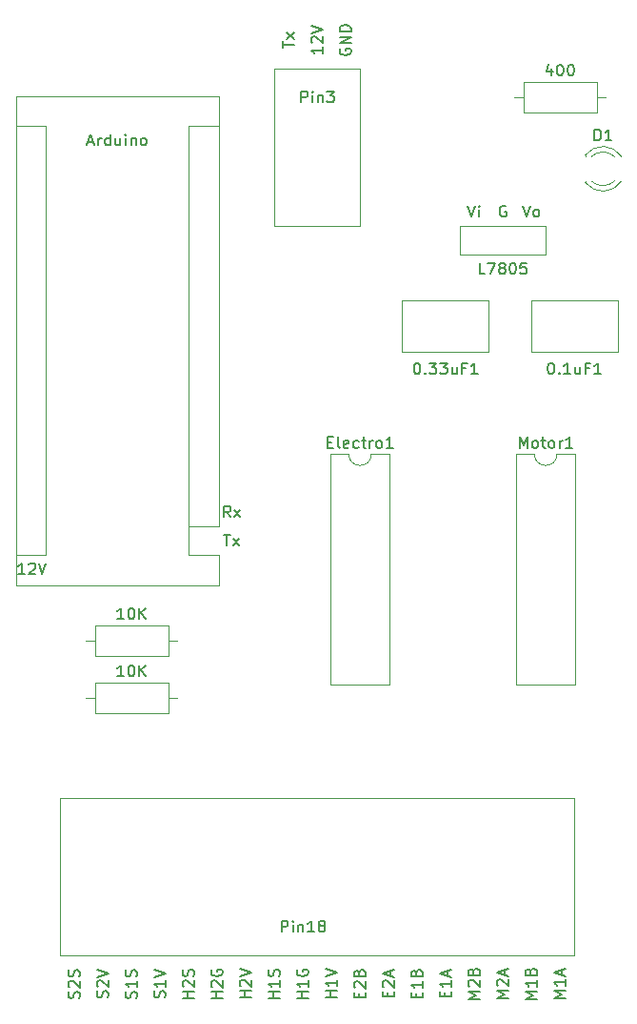
<source format=gbr>
G04 #@! TF.GenerationSoftware,KiCad,Pcbnew,(5.1.0)-1*
G04 #@! TF.CreationDate,2020-01-14T09:56:01+09:00*
G04 #@! TF.ProjectId,motorDriver_pcb,6d6f746f-7244-4726-9976-65725f706362,rev?*
G04 #@! TF.SameCoordinates,Original*
G04 #@! TF.FileFunction,Legend,Top*
G04 #@! TF.FilePolarity,Positive*
%FSLAX46Y46*%
G04 Gerber Fmt 4.6, Leading zero omitted, Abs format (unit mm)*
G04 Created by KiCad (PCBNEW (5.1.0)-1) date 2020-01-14 09:56:01*
%MOMM*%
%LPD*%
G04 APERTURE LIST*
%ADD10C,0.150000*%
%ADD11C,0.120000*%
G04 APERTURE END LIST*
D10*
X79914761Y-90622380D02*
X79581428Y-90146190D01*
X79343333Y-90622380D02*
X79343333Y-89622380D01*
X79724285Y-89622380D01*
X79819523Y-89670000D01*
X79867142Y-89717619D01*
X79914761Y-89812857D01*
X79914761Y-89955714D01*
X79867142Y-90050952D01*
X79819523Y-90098571D01*
X79724285Y-90146190D01*
X79343333Y-90146190D01*
X80248095Y-90622380D02*
X80771904Y-89955714D01*
X80248095Y-89955714D02*
X80771904Y-90622380D01*
X79319523Y-92162380D02*
X79890952Y-92162380D01*
X79605238Y-93162380D02*
X79605238Y-92162380D01*
X80129047Y-93162380D02*
X80652857Y-92495714D01*
X80129047Y-92495714D02*
X80652857Y-93162380D01*
X61610952Y-95702380D02*
X61039523Y-95702380D01*
X61325238Y-95702380D02*
X61325238Y-94702380D01*
X61230000Y-94845238D01*
X61134761Y-94940476D01*
X61039523Y-94988095D01*
X61991904Y-94797619D02*
X62039523Y-94750000D01*
X62134761Y-94702380D01*
X62372857Y-94702380D01*
X62468095Y-94750000D01*
X62515714Y-94797619D01*
X62563333Y-94892857D01*
X62563333Y-94988095D01*
X62515714Y-95130952D01*
X61944285Y-95702380D01*
X62563333Y-95702380D01*
X62849047Y-94702380D02*
X63182380Y-95702380D01*
X63515714Y-94702380D01*
X105894285Y-62952380D02*
X106227619Y-63952380D01*
X106560952Y-62952380D01*
X107037142Y-63952380D02*
X106941904Y-63904761D01*
X106894285Y-63857142D01*
X106846666Y-63761904D01*
X106846666Y-63476190D01*
X106894285Y-63380952D01*
X106941904Y-63333333D01*
X107037142Y-63285714D01*
X107180000Y-63285714D01*
X107275238Y-63333333D01*
X107322857Y-63380952D01*
X107370476Y-63476190D01*
X107370476Y-63761904D01*
X107322857Y-63857142D01*
X107275238Y-63904761D01*
X107180000Y-63952380D01*
X107037142Y-63952380D01*
X104401904Y-63000000D02*
X104306666Y-62952380D01*
X104163809Y-62952380D01*
X104020952Y-63000000D01*
X103925714Y-63095238D01*
X103878095Y-63190476D01*
X103830476Y-63380952D01*
X103830476Y-63523809D01*
X103878095Y-63714285D01*
X103925714Y-63809523D01*
X104020952Y-63904761D01*
X104163809Y-63952380D01*
X104259047Y-63952380D01*
X104401904Y-63904761D01*
X104449523Y-63857142D01*
X104449523Y-63523809D01*
X104259047Y-63523809D01*
X101028571Y-62952380D02*
X101361904Y-63952380D01*
X101695238Y-62952380D01*
X102028571Y-63952380D02*
X102028571Y-63285714D01*
X102028571Y-62952380D02*
X101980952Y-63000000D01*
X102028571Y-63047619D01*
X102076190Y-63000000D01*
X102028571Y-62952380D01*
X102028571Y-63047619D01*
X89670000Y-49021904D02*
X89622380Y-49117142D01*
X89622380Y-49260000D01*
X89670000Y-49402857D01*
X89765238Y-49498095D01*
X89860476Y-49545714D01*
X90050952Y-49593333D01*
X90193809Y-49593333D01*
X90384285Y-49545714D01*
X90479523Y-49498095D01*
X90574761Y-49402857D01*
X90622380Y-49260000D01*
X90622380Y-49164761D01*
X90574761Y-49021904D01*
X90527142Y-48974285D01*
X90193809Y-48974285D01*
X90193809Y-49164761D01*
X90622380Y-48545714D02*
X89622380Y-48545714D01*
X90622380Y-47974285D01*
X89622380Y-47974285D01*
X90622380Y-47498095D02*
X89622380Y-47498095D01*
X89622380Y-47260000D01*
X89670000Y-47117142D01*
X89765238Y-47021904D01*
X89860476Y-46974285D01*
X90050952Y-46926666D01*
X90193809Y-46926666D01*
X90384285Y-46974285D01*
X90479523Y-47021904D01*
X90574761Y-47117142D01*
X90622380Y-47260000D01*
X90622380Y-47498095D01*
X88082380Y-48879047D02*
X88082380Y-49450476D01*
X88082380Y-49164761D02*
X87082380Y-49164761D01*
X87225238Y-49260000D01*
X87320476Y-49355238D01*
X87368095Y-49450476D01*
X87177619Y-48498095D02*
X87130000Y-48450476D01*
X87082380Y-48355238D01*
X87082380Y-48117142D01*
X87130000Y-48021904D01*
X87177619Y-47974285D01*
X87272857Y-47926666D01*
X87368095Y-47926666D01*
X87510952Y-47974285D01*
X88082380Y-48545714D01*
X88082380Y-47926666D01*
X87082380Y-47640952D02*
X88082380Y-47307619D01*
X87082380Y-46974285D01*
X84542380Y-48950476D02*
X84542380Y-48379047D01*
X85542380Y-48664761D02*
X84542380Y-48664761D01*
X85542380Y-48140952D02*
X84875714Y-47617142D01*
X84875714Y-48140952D02*
X85542380Y-47617142D01*
X66444761Y-133318095D02*
X66492380Y-133175238D01*
X66492380Y-132937142D01*
X66444761Y-132841904D01*
X66397142Y-132794285D01*
X66301904Y-132746666D01*
X66206666Y-132746666D01*
X66111428Y-132794285D01*
X66063809Y-132841904D01*
X66016190Y-132937142D01*
X65968571Y-133127619D01*
X65920952Y-133222857D01*
X65873333Y-133270476D01*
X65778095Y-133318095D01*
X65682857Y-133318095D01*
X65587619Y-133270476D01*
X65540000Y-133222857D01*
X65492380Y-133127619D01*
X65492380Y-132889523D01*
X65540000Y-132746666D01*
X65587619Y-132365714D02*
X65540000Y-132318095D01*
X65492380Y-132222857D01*
X65492380Y-131984761D01*
X65540000Y-131889523D01*
X65587619Y-131841904D01*
X65682857Y-131794285D01*
X65778095Y-131794285D01*
X65920952Y-131841904D01*
X66492380Y-132413333D01*
X66492380Y-131794285D01*
X66444761Y-131413333D02*
X66492380Y-131270476D01*
X66492380Y-131032380D01*
X66444761Y-130937142D01*
X66397142Y-130889523D01*
X66301904Y-130841904D01*
X66206666Y-130841904D01*
X66111428Y-130889523D01*
X66063809Y-130937142D01*
X66016190Y-131032380D01*
X65968571Y-131222857D01*
X65920952Y-131318095D01*
X65873333Y-131365714D01*
X65778095Y-131413333D01*
X65682857Y-131413333D01*
X65587619Y-131365714D01*
X65540000Y-131318095D01*
X65492380Y-131222857D01*
X65492380Y-130984761D01*
X65540000Y-130841904D01*
X68984761Y-133270476D02*
X69032380Y-133127619D01*
X69032380Y-132889523D01*
X68984761Y-132794285D01*
X68937142Y-132746666D01*
X68841904Y-132699047D01*
X68746666Y-132699047D01*
X68651428Y-132746666D01*
X68603809Y-132794285D01*
X68556190Y-132889523D01*
X68508571Y-133080000D01*
X68460952Y-133175238D01*
X68413333Y-133222857D01*
X68318095Y-133270476D01*
X68222857Y-133270476D01*
X68127619Y-133222857D01*
X68080000Y-133175238D01*
X68032380Y-133080000D01*
X68032380Y-132841904D01*
X68080000Y-132699047D01*
X68127619Y-132318095D02*
X68080000Y-132270476D01*
X68032380Y-132175238D01*
X68032380Y-131937142D01*
X68080000Y-131841904D01*
X68127619Y-131794285D01*
X68222857Y-131746666D01*
X68318095Y-131746666D01*
X68460952Y-131794285D01*
X69032380Y-132365714D01*
X69032380Y-131746666D01*
X68032380Y-131460952D02*
X69032380Y-131127619D01*
X68032380Y-130794285D01*
X71524761Y-133318095D02*
X71572380Y-133175238D01*
X71572380Y-132937142D01*
X71524761Y-132841904D01*
X71477142Y-132794285D01*
X71381904Y-132746666D01*
X71286666Y-132746666D01*
X71191428Y-132794285D01*
X71143809Y-132841904D01*
X71096190Y-132937142D01*
X71048571Y-133127619D01*
X71000952Y-133222857D01*
X70953333Y-133270476D01*
X70858095Y-133318095D01*
X70762857Y-133318095D01*
X70667619Y-133270476D01*
X70620000Y-133222857D01*
X70572380Y-133127619D01*
X70572380Y-132889523D01*
X70620000Y-132746666D01*
X71572380Y-131794285D02*
X71572380Y-132365714D01*
X71572380Y-132080000D02*
X70572380Y-132080000D01*
X70715238Y-132175238D01*
X70810476Y-132270476D01*
X70858095Y-132365714D01*
X71524761Y-131413333D02*
X71572380Y-131270476D01*
X71572380Y-131032380D01*
X71524761Y-130937142D01*
X71477142Y-130889523D01*
X71381904Y-130841904D01*
X71286666Y-130841904D01*
X71191428Y-130889523D01*
X71143809Y-130937142D01*
X71096190Y-131032380D01*
X71048571Y-131222857D01*
X71000952Y-131318095D01*
X70953333Y-131365714D01*
X70858095Y-131413333D01*
X70762857Y-131413333D01*
X70667619Y-131365714D01*
X70620000Y-131318095D01*
X70572380Y-131222857D01*
X70572380Y-130984761D01*
X70620000Y-130841904D01*
X74064761Y-133270476D02*
X74112380Y-133127619D01*
X74112380Y-132889523D01*
X74064761Y-132794285D01*
X74017142Y-132746666D01*
X73921904Y-132699047D01*
X73826666Y-132699047D01*
X73731428Y-132746666D01*
X73683809Y-132794285D01*
X73636190Y-132889523D01*
X73588571Y-133080000D01*
X73540952Y-133175238D01*
X73493333Y-133222857D01*
X73398095Y-133270476D01*
X73302857Y-133270476D01*
X73207619Y-133222857D01*
X73160000Y-133175238D01*
X73112380Y-133080000D01*
X73112380Y-132841904D01*
X73160000Y-132699047D01*
X74112380Y-131746666D02*
X74112380Y-132318095D01*
X74112380Y-132032380D02*
X73112380Y-132032380D01*
X73255238Y-132127619D01*
X73350476Y-132222857D01*
X73398095Y-132318095D01*
X73112380Y-131460952D02*
X74112380Y-131127619D01*
X73112380Y-130794285D01*
X76652380Y-133318095D02*
X75652380Y-133318095D01*
X76128571Y-133318095D02*
X76128571Y-132746666D01*
X76652380Y-132746666D02*
X75652380Y-132746666D01*
X75747619Y-132318095D02*
X75700000Y-132270476D01*
X75652380Y-132175238D01*
X75652380Y-131937142D01*
X75700000Y-131841904D01*
X75747619Y-131794285D01*
X75842857Y-131746666D01*
X75938095Y-131746666D01*
X76080952Y-131794285D01*
X76652380Y-132365714D01*
X76652380Y-131746666D01*
X76604761Y-131365714D02*
X76652380Y-131222857D01*
X76652380Y-130984761D01*
X76604761Y-130889523D01*
X76557142Y-130841904D01*
X76461904Y-130794285D01*
X76366666Y-130794285D01*
X76271428Y-130841904D01*
X76223809Y-130889523D01*
X76176190Y-130984761D01*
X76128571Y-131175238D01*
X76080952Y-131270476D01*
X76033333Y-131318095D01*
X75938095Y-131365714D01*
X75842857Y-131365714D01*
X75747619Y-131318095D01*
X75700000Y-131270476D01*
X75652380Y-131175238D01*
X75652380Y-130937142D01*
X75700000Y-130794285D01*
X79192380Y-133341904D02*
X78192380Y-133341904D01*
X78668571Y-133341904D02*
X78668571Y-132770476D01*
X79192380Y-132770476D02*
X78192380Y-132770476D01*
X78287619Y-132341904D02*
X78240000Y-132294285D01*
X78192380Y-132199047D01*
X78192380Y-131960952D01*
X78240000Y-131865714D01*
X78287619Y-131818095D01*
X78382857Y-131770476D01*
X78478095Y-131770476D01*
X78620952Y-131818095D01*
X79192380Y-132389523D01*
X79192380Y-131770476D01*
X78240000Y-130818095D02*
X78192380Y-130913333D01*
X78192380Y-131056190D01*
X78240000Y-131199047D01*
X78335238Y-131294285D01*
X78430476Y-131341904D01*
X78620952Y-131389523D01*
X78763809Y-131389523D01*
X78954285Y-131341904D01*
X79049523Y-131294285D01*
X79144761Y-131199047D01*
X79192380Y-131056190D01*
X79192380Y-130960952D01*
X79144761Y-130818095D01*
X79097142Y-130770476D01*
X78763809Y-130770476D01*
X78763809Y-130960952D01*
X81732380Y-133270476D02*
X80732380Y-133270476D01*
X81208571Y-133270476D02*
X81208571Y-132699047D01*
X81732380Y-132699047D02*
X80732380Y-132699047D01*
X80827619Y-132270476D02*
X80780000Y-132222857D01*
X80732380Y-132127619D01*
X80732380Y-131889523D01*
X80780000Y-131794285D01*
X80827619Y-131746666D01*
X80922857Y-131699047D01*
X81018095Y-131699047D01*
X81160952Y-131746666D01*
X81732380Y-132318095D01*
X81732380Y-131699047D01*
X80732380Y-131413333D02*
X81732380Y-131080000D01*
X80732380Y-130746666D01*
X84272380Y-133318095D02*
X83272380Y-133318095D01*
X83748571Y-133318095D02*
X83748571Y-132746666D01*
X84272380Y-132746666D02*
X83272380Y-132746666D01*
X84272380Y-131746666D02*
X84272380Y-132318095D01*
X84272380Y-132032380D02*
X83272380Y-132032380D01*
X83415238Y-132127619D01*
X83510476Y-132222857D01*
X83558095Y-132318095D01*
X84224761Y-131365714D02*
X84272380Y-131222857D01*
X84272380Y-130984761D01*
X84224761Y-130889523D01*
X84177142Y-130841904D01*
X84081904Y-130794285D01*
X83986666Y-130794285D01*
X83891428Y-130841904D01*
X83843809Y-130889523D01*
X83796190Y-130984761D01*
X83748571Y-131175238D01*
X83700952Y-131270476D01*
X83653333Y-131318095D01*
X83558095Y-131365714D01*
X83462857Y-131365714D01*
X83367619Y-131318095D01*
X83320000Y-131270476D01*
X83272380Y-131175238D01*
X83272380Y-130937142D01*
X83320000Y-130794285D01*
X86812380Y-133341904D02*
X85812380Y-133341904D01*
X86288571Y-133341904D02*
X86288571Y-132770476D01*
X86812380Y-132770476D02*
X85812380Y-132770476D01*
X86812380Y-131770476D02*
X86812380Y-132341904D01*
X86812380Y-132056190D02*
X85812380Y-132056190D01*
X85955238Y-132151428D01*
X86050476Y-132246666D01*
X86098095Y-132341904D01*
X85860000Y-130818095D02*
X85812380Y-130913333D01*
X85812380Y-131056190D01*
X85860000Y-131199047D01*
X85955238Y-131294285D01*
X86050476Y-131341904D01*
X86240952Y-131389523D01*
X86383809Y-131389523D01*
X86574285Y-131341904D01*
X86669523Y-131294285D01*
X86764761Y-131199047D01*
X86812380Y-131056190D01*
X86812380Y-130960952D01*
X86764761Y-130818095D01*
X86717142Y-130770476D01*
X86383809Y-130770476D01*
X86383809Y-130960952D01*
X89352380Y-133270476D02*
X88352380Y-133270476D01*
X88828571Y-133270476D02*
X88828571Y-132699047D01*
X89352380Y-132699047D02*
X88352380Y-132699047D01*
X89352380Y-131699047D02*
X89352380Y-132270476D01*
X89352380Y-131984761D02*
X88352380Y-131984761D01*
X88495238Y-132080000D01*
X88590476Y-132175238D01*
X88638095Y-132270476D01*
X88352380Y-131413333D02*
X89352380Y-131080000D01*
X88352380Y-130746666D01*
X91368571Y-133270476D02*
X91368571Y-132937142D01*
X91892380Y-132794285D02*
X91892380Y-133270476D01*
X90892380Y-133270476D01*
X90892380Y-132794285D01*
X90987619Y-132413333D02*
X90940000Y-132365714D01*
X90892380Y-132270476D01*
X90892380Y-132032380D01*
X90940000Y-131937142D01*
X90987619Y-131889523D01*
X91082857Y-131841904D01*
X91178095Y-131841904D01*
X91320952Y-131889523D01*
X91892380Y-132460952D01*
X91892380Y-131841904D01*
X91368571Y-131080000D02*
X91416190Y-130937142D01*
X91463809Y-130889523D01*
X91559047Y-130841904D01*
X91701904Y-130841904D01*
X91797142Y-130889523D01*
X91844761Y-130937142D01*
X91892380Y-131032380D01*
X91892380Y-131413333D01*
X90892380Y-131413333D01*
X90892380Y-131080000D01*
X90940000Y-130984761D01*
X90987619Y-130937142D01*
X91082857Y-130889523D01*
X91178095Y-130889523D01*
X91273333Y-130937142D01*
X91320952Y-130984761D01*
X91368571Y-131080000D01*
X91368571Y-131413333D01*
X93908571Y-133199047D02*
X93908571Y-132865714D01*
X94432380Y-132722857D02*
X94432380Y-133199047D01*
X93432380Y-133199047D01*
X93432380Y-132722857D01*
X93527619Y-132341904D02*
X93480000Y-132294285D01*
X93432380Y-132199047D01*
X93432380Y-131960952D01*
X93480000Y-131865714D01*
X93527619Y-131818095D01*
X93622857Y-131770476D01*
X93718095Y-131770476D01*
X93860952Y-131818095D01*
X94432380Y-132389523D01*
X94432380Y-131770476D01*
X94146666Y-131389523D02*
X94146666Y-130913333D01*
X94432380Y-131484761D02*
X93432380Y-131151428D01*
X94432380Y-130818095D01*
X96448571Y-133270476D02*
X96448571Y-132937142D01*
X96972380Y-132794285D02*
X96972380Y-133270476D01*
X95972380Y-133270476D01*
X95972380Y-132794285D01*
X96972380Y-131841904D02*
X96972380Y-132413333D01*
X96972380Y-132127619D02*
X95972380Y-132127619D01*
X96115238Y-132222857D01*
X96210476Y-132318095D01*
X96258095Y-132413333D01*
X96448571Y-131080000D02*
X96496190Y-130937142D01*
X96543809Y-130889523D01*
X96639047Y-130841904D01*
X96781904Y-130841904D01*
X96877142Y-130889523D01*
X96924761Y-130937142D01*
X96972380Y-131032380D01*
X96972380Y-131413333D01*
X95972380Y-131413333D01*
X95972380Y-131080000D01*
X96020000Y-130984761D01*
X96067619Y-130937142D01*
X96162857Y-130889523D01*
X96258095Y-130889523D01*
X96353333Y-130937142D01*
X96400952Y-130984761D01*
X96448571Y-131080000D01*
X96448571Y-131413333D01*
X98988571Y-133199047D02*
X98988571Y-132865714D01*
X99512380Y-132722857D02*
X99512380Y-133199047D01*
X98512380Y-133199047D01*
X98512380Y-132722857D01*
X99512380Y-131770476D02*
X99512380Y-132341904D01*
X99512380Y-132056190D02*
X98512380Y-132056190D01*
X98655238Y-132151428D01*
X98750476Y-132246666D01*
X98798095Y-132341904D01*
X99226666Y-131389523D02*
X99226666Y-130913333D01*
X99512380Y-131484761D02*
X98512380Y-131151428D01*
X99512380Y-130818095D01*
X102052380Y-133389523D02*
X101052380Y-133389523D01*
X101766666Y-133056190D01*
X101052380Y-132722857D01*
X102052380Y-132722857D01*
X101147619Y-132294285D02*
X101100000Y-132246666D01*
X101052380Y-132151428D01*
X101052380Y-131913333D01*
X101100000Y-131818095D01*
X101147619Y-131770476D01*
X101242857Y-131722857D01*
X101338095Y-131722857D01*
X101480952Y-131770476D01*
X102052380Y-132341904D01*
X102052380Y-131722857D01*
X101528571Y-130960952D02*
X101576190Y-130818095D01*
X101623809Y-130770476D01*
X101719047Y-130722857D01*
X101861904Y-130722857D01*
X101957142Y-130770476D01*
X102004761Y-130818095D01*
X102052380Y-130913333D01*
X102052380Y-131294285D01*
X101052380Y-131294285D01*
X101052380Y-130960952D01*
X101100000Y-130865714D01*
X101147619Y-130818095D01*
X101242857Y-130770476D01*
X101338095Y-130770476D01*
X101433333Y-130818095D01*
X101480952Y-130865714D01*
X101528571Y-130960952D01*
X101528571Y-131294285D01*
X104592380Y-133318095D02*
X103592380Y-133318095D01*
X104306666Y-132984761D01*
X103592380Y-132651428D01*
X104592380Y-132651428D01*
X103687619Y-132222857D02*
X103640000Y-132175238D01*
X103592380Y-132080000D01*
X103592380Y-131841904D01*
X103640000Y-131746666D01*
X103687619Y-131699047D01*
X103782857Y-131651428D01*
X103878095Y-131651428D01*
X104020952Y-131699047D01*
X104592380Y-132270476D01*
X104592380Y-131651428D01*
X104306666Y-131270476D02*
X104306666Y-130794285D01*
X104592380Y-131365714D02*
X103592380Y-131032380D01*
X104592380Y-130699047D01*
X107132380Y-133389523D02*
X106132380Y-133389523D01*
X106846666Y-133056190D01*
X106132380Y-132722857D01*
X107132380Y-132722857D01*
X107132380Y-131722857D02*
X107132380Y-132294285D01*
X107132380Y-132008571D02*
X106132380Y-132008571D01*
X106275238Y-132103809D01*
X106370476Y-132199047D01*
X106418095Y-132294285D01*
X106608571Y-130960952D02*
X106656190Y-130818095D01*
X106703809Y-130770476D01*
X106799047Y-130722857D01*
X106941904Y-130722857D01*
X107037142Y-130770476D01*
X107084761Y-130818095D01*
X107132380Y-130913333D01*
X107132380Y-131294285D01*
X106132380Y-131294285D01*
X106132380Y-130960952D01*
X106180000Y-130865714D01*
X106227619Y-130818095D01*
X106322857Y-130770476D01*
X106418095Y-130770476D01*
X106513333Y-130818095D01*
X106560952Y-130865714D01*
X106608571Y-130960952D01*
X106608571Y-131294285D01*
X109672380Y-133318095D02*
X108672380Y-133318095D01*
X109386666Y-132984761D01*
X108672380Y-132651428D01*
X109672380Y-132651428D01*
X109672380Y-131651428D02*
X109672380Y-132222857D01*
X109672380Y-131937142D02*
X108672380Y-131937142D01*
X108815238Y-132032380D01*
X108910476Y-132127619D01*
X108958095Y-132222857D01*
X109386666Y-131270476D02*
X109386666Y-130794285D01*
X109672380Y-131365714D02*
X108672380Y-131032380D01*
X109672380Y-130699047D01*
D11*
X106660000Y-75981000D02*
X106660000Y-71339000D01*
X114400000Y-75981000D02*
X114400000Y-71339000D01*
X114400000Y-71339000D02*
X106660000Y-71339000D01*
X114400000Y-75981000D02*
X106660000Y-75981000D01*
X95150000Y-71339000D02*
X102890000Y-71339000D01*
X95150000Y-75981000D02*
X102890000Y-75981000D01*
X95150000Y-71339000D02*
X95150000Y-75981000D01*
X102890000Y-71339000D02*
X102890000Y-75981000D01*
X76200000Y-91440000D02*
X76200000Y-93980000D01*
X76200000Y-93980000D02*
X78870000Y-93980000D01*
X78870000Y-91440000D02*
X78870000Y-53210000D01*
X78870000Y-96650000D02*
X78870000Y-93980000D01*
X63500000Y-93980000D02*
X60830000Y-93980000D01*
X63500000Y-93980000D02*
X63500000Y-55880000D01*
X63500000Y-55880000D02*
X60830000Y-55880000D01*
X76200000Y-91440000D02*
X78870000Y-91440000D01*
X76200000Y-91440000D02*
X76200000Y-55880000D01*
X76200000Y-55880000D02*
X78870000Y-55880000D01*
X78870000Y-53210000D02*
X60830000Y-53210000D01*
X60830000Y-53210000D02*
X60830000Y-96650000D01*
X60830000Y-96650000D02*
X78870000Y-96650000D01*
X114702335Y-58611392D02*
G75*
G03X111470000Y-58454484I-1672335J-1078608D01*
G01*
X114702335Y-60768608D02*
G75*
G02X111470000Y-60925516I-1672335J1078608D01*
G01*
X114071130Y-58610163D02*
G75*
G03X111989039Y-58610000I-1041130J-1079837D01*
G01*
X114071130Y-60769837D02*
G75*
G02X111989039Y-60770000I-1041130J1079837D01*
G01*
X111470000Y-58454000D02*
X111470000Y-58610000D01*
X111470000Y-60770000D02*
X111470000Y-60926000D01*
X92440000Y-85030000D02*
G75*
G02X90440000Y-85030000I-1000000J0D01*
G01*
X90440000Y-85030000D02*
X88790000Y-85030000D01*
X88790000Y-85030000D02*
X88790000Y-105470000D01*
X88790000Y-105470000D02*
X94090000Y-105470000D01*
X94090000Y-105470000D02*
X94090000Y-85030000D01*
X94090000Y-85030000D02*
X92440000Y-85030000D01*
X83820000Y-64770000D02*
X91440000Y-64770000D01*
X91440000Y-64770000D02*
X91440000Y-50800000D01*
X91440000Y-50800000D02*
X83820000Y-50800000D01*
X83820000Y-50800000D02*
X83820000Y-64770000D01*
X110600000Y-85030000D02*
X108950000Y-85030000D01*
X110600000Y-105470000D02*
X110600000Y-85030000D01*
X105300000Y-105470000D02*
X110600000Y-105470000D01*
X105300000Y-85030000D02*
X105300000Y-105470000D01*
X106950000Y-85030000D02*
X105300000Y-85030000D01*
X108950000Y-85030000D02*
G75*
G02X106950000Y-85030000I-1000000J0D01*
G01*
X105950000Y-51970000D02*
X105950000Y-54710000D01*
X105950000Y-54710000D02*
X112490000Y-54710000D01*
X112490000Y-54710000D02*
X112490000Y-51970000D01*
X112490000Y-51970000D02*
X105950000Y-51970000D01*
X105180000Y-53340000D02*
X105950000Y-53340000D01*
X113260000Y-53340000D02*
X112490000Y-53340000D01*
X75160000Y-101600000D02*
X74390000Y-101600000D01*
X67080000Y-101600000D02*
X67850000Y-101600000D01*
X74390000Y-100230000D02*
X67850000Y-100230000D01*
X74390000Y-102970000D02*
X74390000Y-100230000D01*
X67850000Y-102970000D02*
X74390000Y-102970000D01*
X67850000Y-100230000D02*
X67850000Y-102970000D01*
X67850000Y-105310000D02*
X67850000Y-108050000D01*
X67850000Y-108050000D02*
X74390000Y-108050000D01*
X74390000Y-108050000D02*
X74390000Y-105310000D01*
X74390000Y-105310000D02*
X67850000Y-105310000D01*
X67080000Y-106680000D02*
X67850000Y-106680000D01*
X75160000Y-106680000D02*
X74390000Y-106680000D01*
X107950000Y-64770000D02*
X100330000Y-64770000D01*
X107950000Y-67310000D02*
X107950000Y-64770000D01*
X100330000Y-67310000D02*
X107950000Y-67310000D01*
X100330000Y-64770000D02*
X100330000Y-67310000D01*
X110490000Y-115570000D02*
X110490000Y-129540000D01*
X110490000Y-129540000D02*
X64770000Y-129540000D01*
X64770000Y-129540000D02*
X64770000Y-115570000D01*
X64770000Y-115570000D02*
X110490000Y-115570000D01*
D10*
X108370952Y-76922380D02*
X108466190Y-76922380D01*
X108561428Y-76970000D01*
X108609047Y-77017619D01*
X108656666Y-77112857D01*
X108704285Y-77303333D01*
X108704285Y-77541428D01*
X108656666Y-77731904D01*
X108609047Y-77827142D01*
X108561428Y-77874761D01*
X108466190Y-77922380D01*
X108370952Y-77922380D01*
X108275714Y-77874761D01*
X108228095Y-77827142D01*
X108180476Y-77731904D01*
X108132857Y-77541428D01*
X108132857Y-77303333D01*
X108180476Y-77112857D01*
X108228095Y-77017619D01*
X108275714Y-76970000D01*
X108370952Y-76922380D01*
X109132857Y-77827142D02*
X109180476Y-77874761D01*
X109132857Y-77922380D01*
X109085238Y-77874761D01*
X109132857Y-77827142D01*
X109132857Y-77922380D01*
X110132857Y-77922380D02*
X109561428Y-77922380D01*
X109847142Y-77922380D02*
X109847142Y-76922380D01*
X109751904Y-77065238D01*
X109656666Y-77160476D01*
X109561428Y-77208095D01*
X110990000Y-77255714D02*
X110990000Y-77922380D01*
X110561428Y-77255714D02*
X110561428Y-77779523D01*
X110609047Y-77874761D01*
X110704285Y-77922380D01*
X110847142Y-77922380D01*
X110942380Y-77874761D01*
X110990000Y-77827142D01*
X111799523Y-77398571D02*
X111466190Y-77398571D01*
X111466190Y-77922380D02*
X111466190Y-76922380D01*
X111942380Y-76922380D01*
X112847142Y-77922380D02*
X112275714Y-77922380D01*
X112561428Y-77922380D02*
X112561428Y-76922380D01*
X112466190Y-77065238D01*
X112370952Y-77160476D01*
X112275714Y-77208095D01*
X96464761Y-76922380D02*
X96560000Y-76922380D01*
X96655238Y-76970000D01*
X96702857Y-77017619D01*
X96750476Y-77112857D01*
X96798095Y-77303333D01*
X96798095Y-77541428D01*
X96750476Y-77731904D01*
X96702857Y-77827142D01*
X96655238Y-77874761D01*
X96560000Y-77922380D01*
X96464761Y-77922380D01*
X96369523Y-77874761D01*
X96321904Y-77827142D01*
X96274285Y-77731904D01*
X96226666Y-77541428D01*
X96226666Y-77303333D01*
X96274285Y-77112857D01*
X96321904Y-77017619D01*
X96369523Y-76970000D01*
X96464761Y-76922380D01*
X97226666Y-77827142D02*
X97274285Y-77874761D01*
X97226666Y-77922380D01*
X97179047Y-77874761D01*
X97226666Y-77827142D01*
X97226666Y-77922380D01*
X97607619Y-76922380D02*
X98226666Y-76922380D01*
X97893333Y-77303333D01*
X98036190Y-77303333D01*
X98131428Y-77350952D01*
X98179047Y-77398571D01*
X98226666Y-77493809D01*
X98226666Y-77731904D01*
X98179047Y-77827142D01*
X98131428Y-77874761D01*
X98036190Y-77922380D01*
X97750476Y-77922380D01*
X97655238Y-77874761D01*
X97607619Y-77827142D01*
X98560000Y-76922380D02*
X99179047Y-76922380D01*
X98845714Y-77303333D01*
X98988571Y-77303333D01*
X99083809Y-77350952D01*
X99131428Y-77398571D01*
X99179047Y-77493809D01*
X99179047Y-77731904D01*
X99131428Y-77827142D01*
X99083809Y-77874761D01*
X98988571Y-77922380D01*
X98702857Y-77922380D01*
X98607619Y-77874761D01*
X98560000Y-77827142D01*
X100036190Y-77255714D02*
X100036190Y-77922380D01*
X99607619Y-77255714D02*
X99607619Y-77779523D01*
X99655238Y-77874761D01*
X99750476Y-77922380D01*
X99893333Y-77922380D01*
X99988571Y-77874761D01*
X100036190Y-77827142D01*
X100845714Y-77398571D02*
X100512380Y-77398571D01*
X100512380Y-77922380D02*
X100512380Y-76922380D01*
X100988571Y-76922380D01*
X101893333Y-77922380D02*
X101321904Y-77922380D01*
X101607619Y-77922380D02*
X101607619Y-76922380D01*
X101512380Y-77065238D01*
X101417142Y-77160476D01*
X101321904Y-77208095D01*
X67254761Y-57316666D02*
X67730952Y-57316666D01*
X67159523Y-57602380D02*
X67492857Y-56602380D01*
X67826190Y-57602380D01*
X68159523Y-57602380D02*
X68159523Y-56935714D01*
X68159523Y-57126190D02*
X68207142Y-57030952D01*
X68254761Y-56983333D01*
X68350000Y-56935714D01*
X68445238Y-56935714D01*
X69207142Y-57602380D02*
X69207142Y-56602380D01*
X69207142Y-57554761D02*
X69111904Y-57602380D01*
X68921428Y-57602380D01*
X68826190Y-57554761D01*
X68778571Y-57507142D01*
X68730952Y-57411904D01*
X68730952Y-57126190D01*
X68778571Y-57030952D01*
X68826190Y-56983333D01*
X68921428Y-56935714D01*
X69111904Y-56935714D01*
X69207142Y-56983333D01*
X70111904Y-56935714D02*
X70111904Y-57602380D01*
X69683333Y-56935714D02*
X69683333Y-57459523D01*
X69730952Y-57554761D01*
X69826190Y-57602380D01*
X69969047Y-57602380D01*
X70064285Y-57554761D01*
X70111904Y-57507142D01*
X70588095Y-57602380D02*
X70588095Y-56935714D01*
X70588095Y-56602380D02*
X70540476Y-56650000D01*
X70588095Y-56697619D01*
X70635714Y-56650000D01*
X70588095Y-56602380D01*
X70588095Y-56697619D01*
X71064285Y-56935714D02*
X71064285Y-57602380D01*
X71064285Y-57030952D02*
X71111904Y-56983333D01*
X71207142Y-56935714D01*
X71350000Y-56935714D01*
X71445238Y-56983333D01*
X71492857Y-57078571D01*
X71492857Y-57602380D01*
X72111904Y-57602380D02*
X72016666Y-57554761D01*
X71969047Y-57507142D01*
X71921428Y-57411904D01*
X71921428Y-57126190D01*
X71969047Y-57030952D01*
X72016666Y-56983333D01*
X72111904Y-56935714D01*
X72254761Y-56935714D01*
X72350000Y-56983333D01*
X72397619Y-57030952D01*
X72445238Y-57126190D01*
X72445238Y-57411904D01*
X72397619Y-57507142D01*
X72350000Y-57554761D01*
X72254761Y-57602380D01*
X72111904Y-57602380D01*
X112291904Y-57182380D02*
X112291904Y-56182380D01*
X112530000Y-56182380D01*
X112672857Y-56230000D01*
X112768095Y-56325238D01*
X112815714Y-56420476D01*
X112863333Y-56610952D01*
X112863333Y-56753809D01*
X112815714Y-56944285D01*
X112768095Y-57039523D01*
X112672857Y-57134761D01*
X112530000Y-57182380D01*
X112291904Y-57182380D01*
X113815714Y-57182380D02*
X113244285Y-57182380D01*
X113530000Y-57182380D02*
X113530000Y-56182380D01*
X113434761Y-56325238D01*
X113339523Y-56420476D01*
X113244285Y-56468095D01*
X88582857Y-83958571D02*
X88916190Y-83958571D01*
X89059047Y-84482380D02*
X88582857Y-84482380D01*
X88582857Y-83482380D01*
X89059047Y-83482380D01*
X89630476Y-84482380D02*
X89535238Y-84434761D01*
X89487619Y-84339523D01*
X89487619Y-83482380D01*
X90392380Y-84434761D02*
X90297142Y-84482380D01*
X90106666Y-84482380D01*
X90011428Y-84434761D01*
X89963809Y-84339523D01*
X89963809Y-83958571D01*
X90011428Y-83863333D01*
X90106666Y-83815714D01*
X90297142Y-83815714D01*
X90392380Y-83863333D01*
X90440000Y-83958571D01*
X90440000Y-84053809D01*
X89963809Y-84149047D01*
X91297142Y-84434761D02*
X91201904Y-84482380D01*
X91011428Y-84482380D01*
X90916190Y-84434761D01*
X90868571Y-84387142D01*
X90820952Y-84291904D01*
X90820952Y-84006190D01*
X90868571Y-83910952D01*
X90916190Y-83863333D01*
X91011428Y-83815714D01*
X91201904Y-83815714D01*
X91297142Y-83863333D01*
X91582857Y-83815714D02*
X91963809Y-83815714D01*
X91725714Y-83482380D02*
X91725714Y-84339523D01*
X91773333Y-84434761D01*
X91868571Y-84482380D01*
X91963809Y-84482380D01*
X92297142Y-84482380D02*
X92297142Y-83815714D01*
X92297142Y-84006190D02*
X92344761Y-83910952D01*
X92392380Y-83863333D01*
X92487619Y-83815714D01*
X92582857Y-83815714D01*
X93059047Y-84482380D02*
X92963809Y-84434761D01*
X92916190Y-84387142D01*
X92868571Y-84291904D01*
X92868571Y-84006190D01*
X92916190Y-83910952D01*
X92963809Y-83863333D01*
X93059047Y-83815714D01*
X93201904Y-83815714D01*
X93297142Y-83863333D01*
X93344761Y-83910952D01*
X93392380Y-84006190D01*
X93392380Y-84291904D01*
X93344761Y-84387142D01*
X93297142Y-84434761D01*
X93201904Y-84482380D01*
X93059047Y-84482380D01*
X94344761Y-84482380D02*
X93773333Y-84482380D01*
X94059047Y-84482380D02*
X94059047Y-83482380D01*
X93963809Y-83625238D01*
X93868571Y-83720476D01*
X93773333Y-83768095D01*
X86201428Y-53792380D02*
X86201428Y-52792380D01*
X86582380Y-52792380D01*
X86677619Y-52840000D01*
X86725238Y-52887619D01*
X86772857Y-52982857D01*
X86772857Y-53125714D01*
X86725238Y-53220952D01*
X86677619Y-53268571D01*
X86582380Y-53316190D01*
X86201428Y-53316190D01*
X87201428Y-53792380D02*
X87201428Y-53125714D01*
X87201428Y-52792380D02*
X87153809Y-52840000D01*
X87201428Y-52887619D01*
X87249047Y-52840000D01*
X87201428Y-52792380D01*
X87201428Y-52887619D01*
X87677619Y-53125714D02*
X87677619Y-53792380D01*
X87677619Y-53220952D02*
X87725238Y-53173333D01*
X87820476Y-53125714D01*
X87963333Y-53125714D01*
X88058571Y-53173333D01*
X88106190Y-53268571D01*
X88106190Y-53792380D01*
X88487142Y-52792380D02*
X89106190Y-52792380D01*
X88772857Y-53173333D01*
X88915714Y-53173333D01*
X89010952Y-53220952D01*
X89058571Y-53268571D01*
X89106190Y-53363809D01*
X89106190Y-53601904D01*
X89058571Y-53697142D01*
X89010952Y-53744761D01*
X88915714Y-53792380D01*
X88630000Y-53792380D01*
X88534761Y-53744761D01*
X88487142Y-53697142D01*
X105640476Y-84482380D02*
X105640476Y-83482380D01*
X105973809Y-84196666D01*
X106307142Y-83482380D01*
X106307142Y-84482380D01*
X106926190Y-84482380D02*
X106830952Y-84434761D01*
X106783333Y-84387142D01*
X106735714Y-84291904D01*
X106735714Y-84006190D01*
X106783333Y-83910952D01*
X106830952Y-83863333D01*
X106926190Y-83815714D01*
X107069047Y-83815714D01*
X107164285Y-83863333D01*
X107211904Y-83910952D01*
X107259523Y-84006190D01*
X107259523Y-84291904D01*
X107211904Y-84387142D01*
X107164285Y-84434761D01*
X107069047Y-84482380D01*
X106926190Y-84482380D01*
X107545238Y-83815714D02*
X107926190Y-83815714D01*
X107688095Y-83482380D02*
X107688095Y-84339523D01*
X107735714Y-84434761D01*
X107830952Y-84482380D01*
X107926190Y-84482380D01*
X108402380Y-84482380D02*
X108307142Y-84434761D01*
X108259523Y-84387142D01*
X108211904Y-84291904D01*
X108211904Y-84006190D01*
X108259523Y-83910952D01*
X108307142Y-83863333D01*
X108402380Y-83815714D01*
X108545238Y-83815714D01*
X108640476Y-83863333D01*
X108688095Y-83910952D01*
X108735714Y-84006190D01*
X108735714Y-84291904D01*
X108688095Y-84387142D01*
X108640476Y-84434761D01*
X108545238Y-84482380D01*
X108402380Y-84482380D01*
X109164285Y-84482380D02*
X109164285Y-83815714D01*
X109164285Y-84006190D02*
X109211904Y-83910952D01*
X109259523Y-83863333D01*
X109354761Y-83815714D01*
X109450000Y-83815714D01*
X110307142Y-84482380D02*
X109735714Y-84482380D01*
X110021428Y-84482380D02*
X110021428Y-83482380D01*
X109926190Y-83625238D01*
X109830952Y-83720476D01*
X109735714Y-83768095D01*
X108458095Y-50755714D02*
X108458095Y-51422380D01*
X108220000Y-50374761D02*
X107981904Y-51089047D01*
X108600952Y-51089047D01*
X109172380Y-50422380D02*
X109267619Y-50422380D01*
X109362857Y-50470000D01*
X109410476Y-50517619D01*
X109458095Y-50612857D01*
X109505714Y-50803333D01*
X109505714Y-51041428D01*
X109458095Y-51231904D01*
X109410476Y-51327142D01*
X109362857Y-51374761D01*
X109267619Y-51422380D01*
X109172380Y-51422380D01*
X109077142Y-51374761D01*
X109029523Y-51327142D01*
X108981904Y-51231904D01*
X108934285Y-51041428D01*
X108934285Y-50803333D01*
X108981904Y-50612857D01*
X109029523Y-50517619D01*
X109077142Y-50470000D01*
X109172380Y-50422380D01*
X110124761Y-50422380D02*
X110220000Y-50422380D01*
X110315238Y-50470000D01*
X110362857Y-50517619D01*
X110410476Y-50612857D01*
X110458095Y-50803333D01*
X110458095Y-51041428D01*
X110410476Y-51231904D01*
X110362857Y-51327142D01*
X110315238Y-51374761D01*
X110220000Y-51422380D01*
X110124761Y-51422380D01*
X110029523Y-51374761D01*
X109981904Y-51327142D01*
X109934285Y-51231904D01*
X109886666Y-51041428D01*
X109886666Y-50803333D01*
X109934285Y-50612857D01*
X109981904Y-50517619D01*
X110029523Y-50470000D01*
X110124761Y-50422380D01*
X70429523Y-99682380D02*
X69858095Y-99682380D01*
X70143809Y-99682380D02*
X70143809Y-98682380D01*
X70048571Y-98825238D01*
X69953333Y-98920476D01*
X69858095Y-98968095D01*
X71048571Y-98682380D02*
X71143809Y-98682380D01*
X71239047Y-98730000D01*
X71286666Y-98777619D01*
X71334285Y-98872857D01*
X71381904Y-99063333D01*
X71381904Y-99301428D01*
X71334285Y-99491904D01*
X71286666Y-99587142D01*
X71239047Y-99634761D01*
X71143809Y-99682380D01*
X71048571Y-99682380D01*
X70953333Y-99634761D01*
X70905714Y-99587142D01*
X70858095Y-99491904D01*
X70810476Y-99301428D01*
X70810476Y-99063333D01*
X70858095Y-98872857D01*
X70905714Y-98777619D01*
X70953333Y-98730000D01*
X71048571Y-98682380D01*
X71810476Y-99682380D02*
X71810476Y-98682380D01*
X72381904Y-99682380D02*
X71953333Y-99110952D01*
X72381904Y-98682380D02*
X71810476Y-99253809D01*
X70429523Y-104762380D02*
X69858095Y-104762380D01*
X70143809Y-104762380D02*
X70143809Y-103762380D01*
X70048571Y-103905238D01*
X69953333Y-104000476D01*
X69858095Y-104048095D01*
X71048571Y-103762380D02*
X71143809Y-103762380D01*
X71239047Y-103810000D01*
X71286666Y-103857619D01*
X71334285Y-103952857D01*
X71381904Y-104143333D01*
X71381904Y-104381428D01*
X71334285Y-104571904D01*
X71286666Y-104667142D01*
X71239047Y-104714761D01*
X71143809Y-104762380D01*
X71048571Y-104762380D01*
X70953333Y-104714761D01*
X70905714Y-104667142D01*
X70858095Y-104571904D01*
X70810476Y-104381428D01*
X70810476Y-104143333D01*
X70858095Y-103952857D01*
X70905714Y-103857619D01*
X70953333Y-103810000D01*
X71048571Y-103762380D01*
X71810476Y-104762380D02*
X71810476Y-103762380D01*
X72381904Y-104762380D02*
X71953333Y-104190952D01*
X72381904Y-103762380D02*
X71810476Y-104333809D01*
X102544761Y-69032380D02*
X102068571Y-69032380D01*
X102068571Y-68032380D01*
X102782857Y-68032380D02*
X103449523Y-68032380D01*
X103020952Y-69032380D01*
X103973333Y-68460952D02*
X103878095Y-68413333D01*
X103830476Y-68365714D01*
X103782857Y-68270476D01*
X103782857Y-68222857D01*
X103830476Y-68127619D01*
X103878095Y-68080000D01*
X103973333Y-68032380D01*
X104163809Y-68032380D01*
X104259047Y-68080000D01*
X104306666Y-68127619D01*
X104354285Y-68222857D01*
X104354285Y-68270476D01*
X104306666Y-68365714D01*
X104259047Y-68413333D01*
X104163809Y-68460952D01*
X103973333Y-68460952D01*
X103878095Y-68508571D01*
X103830476Y-68556190D01*
X103782857Y-68651428D01*
X103782857Y-68841904D01*
X103830476Y-68937142D01*
X103878095Y-68984761D01*
X103973333Y-69032380D01*
X104163809Y-69032380D01*
X104259047Y-68984761D01*
X104306666Y-68937142D01*
X104354285Y-68841904D01*
X104354285Y-68651428D01*
X104306666Y-68556190D01*
X104259047Y-68508571D01*
X104163809Y-68460952D01*
X104973333Y-68032380D02*
X105068571Y-68032380D01*
X105163809Y-68080000D01*
X105211428Y-68127619D01*
X105259047Y-68222857D01*
X105306666Y-68413333D01*
X105306666Y-68651428D01*
X105259047Y-68841904D01*
X105211428Y-68937142D01*
X105163809Y-68984761D01*
X105068571Y-69032380D01*
X104973333Y-69032380D01*
X104878095Y-68984761D01*
X104830476Y-68937142D01*
X104782857Y-68841904D01*
X104735238Y-68651428D01*
X104735238Y-68413333D01*
X104782857Y-68222857D01*
X104830476Y-68127619D01*
X104878095Y-68080000D01*
X104973333Y-68032380D01*
X106211428Y-68032380D02*
X105735238Y-68032380D01*
X105687619Y-68508571D01*
X105735238Y-68460952D01*
X105830476Y-68413333D01*
X106068571Y-68413333D01*
X106163809Y-68460952D01*
X106211428Y-68508571D01*
X106259047Y-68603809D01*
X106259047Y-68841904D01*
X106211428Y-68937142D01*
X106163809Y-68984761D01*
X106068571Y-69032380D01*
X105830476Y-69032380D01*
X105735238Y-68984761D01*
X105687619Y-68937142D01*
X84455238Y-127452380D02*
X84455238Y-126452380D01*
X84836190Y-126452380D01*
X84931428Y-126500000D01*
X84979047Y-126547619D01*
X85026666Y-126642857D01*
X85026666Y-126785714D01*
X84979047Y-126880952D01*
X84931428Y-126928571D01*
X84836190Y-126976190D01*
X84455238Y-126976190D01*
X85455238Y-127452380D02*
X85455238Y-126785714D01*
X85455238Y-126452380D02*
X85407619Y-126500000D01*
X85455238Y-126547619D01*
X85502857Y-126500000D01*
X85455238Y-126452380D01*
X85455238Y-126547619D01*
X85931428Y-126785714D02*
X85931428Y-127452380D01*
X85931428Y-126880952D02*
X85979047Y-126833333D01*
X86074285Y-126785714D01*
X86217142Y-126785714D01*
X86312380Y-126833333D01*
X86360000Y-126928571D01*
X86360000Y-127452380D01*
X87360000Y-127452380D02*
X86788571Y-127452380D01*
X87074285Y-127452380D02*
X87074285Y-126452380D01*
X86979047Y-126595238D01*
X86883809Y-126690476D01*
X86788571Y-126738095D01*
X87931428Y-126880952D02*
X87836190Y-126833333D01*
X87788571Y-126785714D01*
X87740952Y-126690476D01*
X87740952Y-126642857D01*
X87788571Y-126547619D01*
X87836190Y-126500000D01*
X87931428Y-126452380D01*
X88121904Y-126452380D01*
X88217142Y-126500000D01*
X88264761Y-126547619D01*
X88312380Y-126642857D01*
X88312380Y-126690476D01*
X88264761Y-126785714D01*
X88217142Y-126833333D01*
X88121904Y-126880952D01*
X87931428Y-126880952D01*
X87836190Y-126928571D01*
X87788571Y-126976190D01*
X87740952Y-127071428D01*
X87740952Y-127261904D01*
X87788571Y-127357142D01*
X87836190Y-127404761D01*
X87931428Y-127452380D01*
X88121904Y-127452380D01*
X88217142Y-127404761D01*
X88264761Y-127357142D01*
X88312380Y-127261904D01*
X88312380Y-127071428D01*
X88264761Y-126976190D01*
X88217142Y-126928571D01*
X88121904Y-126880952D01*
M02*

</source>
